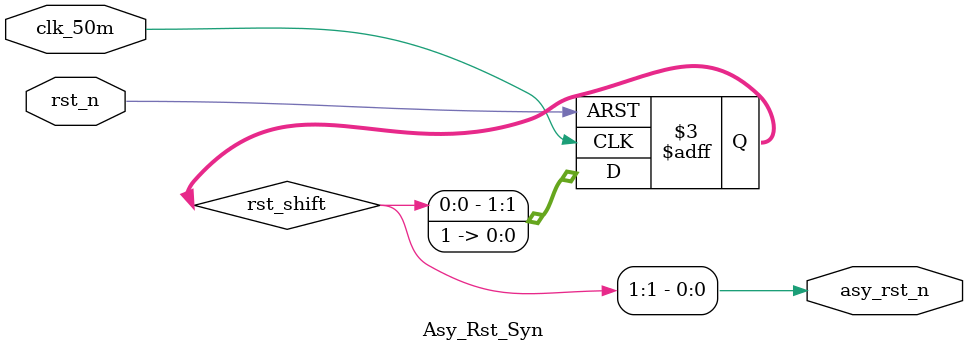
<source format=v>
module Asy_Rst_Syn(
		input			clk_50m,
		input			rst_n,
		
		output		asy_rst_n
				
);

//----------------------------------------------

reg [1:0] rst_shift;

always@(posedge clk_50m or negedge rst_n) begin
	if(!rst_n)
		rst_shift[1:0] <= 2'b00;
	
	else
		rst_shift[1:0] <= {rst_shift[0],1'b1};
end

assign asy_rst_n = rst_shift[1];

endmodule


</source>
